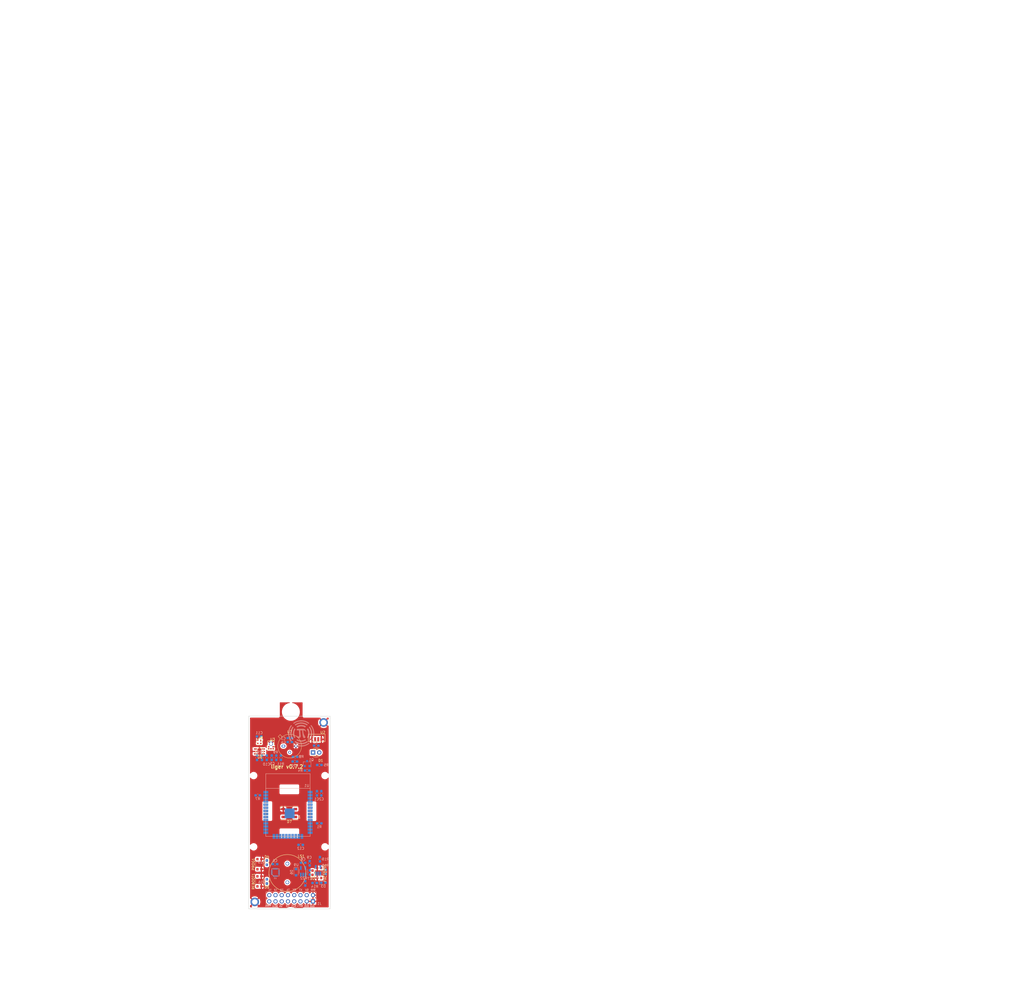
<source format=kicad_pcb>
(kicad_pcb (version 20171130) (host pcbnew 5.1.2-f72e74a~84~ubuntu19.04.1)
  (title_block (title "Liger v0.2") (date 2016-09-21) (company PYFI))
  (layers (0 F.Cu signal) (1 In1.Cu power) (2 In2.Cu power) (31 B.Cu signal) (34 B.Paste user) (35 F.Paste user) (36 B.SilkS user) (37 F.SilkS user) (38 B.Mask user) (39 F.Mask user) (44 Edge.Cuts user))
  (net 0 "")
  (net 1 GND)
  (net 2 "Net-(D1-Pad1)")
  (net 3 "Net-(D1-Pad2)")
  (net 4 "Net-(D2-Pad1)")
  (net 5 "Net-(D3-Pad2)")
  (net 6 "Net-(D3-Pad1)")
  (net 7 "Net-(Q1-Pad1)")
  (net 8 "Net-(R1-Pad1)")
  (net 9 "Net-(R19-Pad2)")
  (net 10 "Net-(U1-Pad19)")
  (net 11 "Net-(U1-Pad20)")
  (net 12 "Net-(U1-Pad17)")
  (net 13 "Net-(U1-Pad18)")
  (net 14 "Net-(U1-Pad4)")
  (net 15 "Net-(U1-Pad5)")
  (net 16 "Net-(D4-Pad1)")
  (net 17 "Net-(D5-Pad1)")
  (net 18 "Net-(LS1-Pad1)")
  (net 19 "Net-(LS1-Pad2)")
  (net 20 "Net-(U1-Pad22)")
  (net 21 "Net-(U1-Pad21)")
  (net 22 "Net-(R3-Pad2)")
  (net 23 "Net-(R11-Pad2)")
  (net 24 "Net-(R17-Pad1)")
  (net 25 /V_BAT)
  (net 26 /3V3)
  (net 27 /V_IN)
  (net 28 /V_USB)
  (net 29 /BUTTON_LED)
  (net 30 /FACTORY_RST)
  (net 31 /TXD)
  (net 32 /RXD)
  (net 33 /SCL)
  (net 34 /SDA)
  (net 35 /I2S_WS)
  (net 36 /I2S_BCLK)
  (net 37 /I2S_DATA_OUT)
  (net 38 /PROG)
  (net 39 /ZERO_DETECT)
  (net 40 /IR_RX)
  (net 41 /IR_TX)
  (net 42 "Net-(R7-Pad2)")
  (net 43 /I2S_DATA_IN)
  (net 44 /EN)
  (net 45 /PIR)
  (net 46 "Net-(U1-Pad16)")
  (net 47 /T_UP)
  (net 48 /T_DOWN)
  (net 49 /T_RIGHT)
  (net 50 /T_LEFT)
  (net 51 "Net-(D7-Pad2)")
  (net 52 "Net-(C4-Pad1)")
  (net 53 /RELAY_2)
  (net 54 /RELAY_4)
  (net 55 /RELAY_3)
  (net 56 /RELAY_1)
  (module Package_TO_SOT_SMD:SOT-23-5_HandSoldering (layer B.Cu) (at 152.6832 112.3442 90)
    (fp_text reference U9 (at 2.6162 -2.8232 180) (layer B.SilkS) (effects (justify mirror)))
    (fp_text value AP2112)
    (pad 1 smd rect (at -1.35 0.95 90) (size 1.56 0.65) (layers B.Cu B.Paste B.Mask) (net 27 /V_IN))
    (pad 2 smd rect (at -1.35 0 90) (size 1.56 0.65) (layers B.Cu B.Paste B.Mask) (net 1 GND))
    (pad 3 smd rect (at -1.35 -0.95 90) (size 1.56 0.65) (layers B.Cu B.Paste B.Mask) (net 27 /V_IN))
    (pad 4 smd rect (at 1.35 -0.95 90) (size 1.56 0.65) (layers B.Cu B.Paste B.Mask))
    (pad 5 smd rect (at 1.35 0.95 90) (size 1.56 0.65) (layers B.Cu B.Paste B.Mask) (net 26 /3V3))
  )
  (module LED_SMD:LED_WS2812B_PLCC4_5.0x5.0mm_P3.2mm (layer F.Cu) (at 147.066 88.646 180)
    (fp_text reference D7 (at 0 -3.5 180) (layer F.SilkS))
    (fp_text value WS2812B)
    (fp_text user 1 (at -4.15 -1.6 180) (layer F.SilkS))
    (pad 3 smd rect (at 2.45 1.6 180) (size 1.5 1) (layers F.Cu F.Paste F.Mask) (net 1 GND))
    (pad 4 smd rect (at 2.45 -1.6 180) (size 1.5 1) (layers F.Cu F.Paste F.Mask) (net 29 /BUTTON_LED))
    (pad 2 smd rect (at -2.45 1.6 180) (size 1.5 1) (layers F.Cu F.Paste F.Mask) (net 51 "Net-(D7-Pad2)"))
    (pad 1 smd rect (at -2.45 -1.6 180) (size 1.5 1) (layers F.Cu F.Paste F.Mask) (net 27 /V_IN))
  )
  (module Resistor_SMD:R_0603_1608Metric_Pad1.05x0.95mm_HandSolder (layer B.Cu) (at 137.922 108.825 270)
    (fp_text reference R15 (at -0.1638 2.1336) (layer B.SilkS) (effects (justify mirror)))
    (fp_text value R_1k)
    (pad 1 smd roundrect (at -0.875 0 270) (size 1.05 0.95) (layers B.Cu B.Paste B.Mask) (net 16 "Net-(D4-Pad1)"))
    (pad 2 smd roundrect (at 0.875 0 270) (size 1.05 0.95) (layers B.Cu B.Paste B.Mask) (net 38 /PROG))
  )
  (module Resistor_SMD:R_0603_1608Metric_Pad1.05x0.95mm_HandSolder (layer B.Cu) (at 159.258 69.088 180)
    (fp_text reference R5 (at -2.794 0 180) (layer B.SilkS) (effects (justify mirror)))
    (fp_text value 36)
    (pad 2 smd roundrect (at 0.875 0 180) (size 1.05 0.95) (layers B.Cu B.Paste B.Mask) (net 3 "Net-(D1-Pad2)"))
    (pad 1 smd roundrect (at -0.875 0 180) (size 1.05 0.95) (layers B.Cu B.Paste B.Mask) (net 26 /3V3))
  )
  (module Resistor_SMD:R_0603_1608Metric_Pad1.05x0.95mm_HandSolder (layer B.Cu) (at 161.8856 112.5982 270)
    (fp_text reference R10 (at -2.6162 0.0876 180) (layer B.SilkS) (effects (justify mirror)))
    (fp_text value R_1k)
    (pad 2 smd roundrect (at 0.875 0 270) (size 1.05 0.95) (layers B.Cu B.Paste B.Mask) (net 5 "Net-(D3-Pad2)"))
    (pad 1 smd roundrect (at -0.875 0 270) (size 1.05 0.95) (layers B.Cu B.Paste B.Mask) (net 28 /V_USB))
  )
  (module Package_TO_SOT_SMD:SOT-23-5_HandSoldering (layer B.Cu) (at 158.7246 111.9086 90)
    (fp_text reference U4 (at -3.001 0.2286 180) (layer B.SilkS) (effects (justify mirror)))
    (fp_text value MCP73831T)
    (pad 5 smd rect (at 1.35 0.95 90) (size 1.56 0.65) (layers B.Cu B.Paste B.Mask) (net 9 "Net-(R19-Pad2)"))
    (pad 4 smd rect (at 1.35 -0.95 90) (size 1.56 0.65) (layers B.Cu B.Paste B.Mask) (net 28 /V_USB))
    (pad 3 smd rect (at -1.35 -0.95 90) (size 1.56 0.65) (layers B.Cu B.Paste B.Mask) (net 25 /V_BAT))
    (pad 2 smd rect (at -1.35 0 90) (size 1.56 0.65) (layers B.Cu B.Paste B.Mask) (net 1 GND))
    (pad 1 smd rect (at -1.35 0.95 90) (size 1.56 0.65) (layers B.Cu B.Paste B.Mask) (net 6 "Net-(D3-Pad1)"))
  )
  (module Resistor_SMD:R_0603_1608Metric_Pad1.05x0.95mm_HandSolder (layer B.Cu) (at 159.512 107.442 270)
    (fp_text reference R19 (at 0 -2.286 180) (layer B.SilkS) (effects (justify mirror)))
    (fp_text value R_2k)
    (pad 2 smd roundrect (at 0.875 0 270) (size 1.05 0.95) (layers B.Cu B.Paste B.Mask) (net 9 "Net-(R19-Pad2)"))
    (pad 1 smd roundrect (at -0.875 0 270) (size 1.05 0.95) (layers B.Cu B.Paste B.Mask) (net 1 GND))
  )
  (module Resistor_SMD:R_0603_1608Metric_Pad1.05x0.95mm_HandSolder (layer B.Cu) (at 153.543 117.2464 90)
    (fp_text reference R22 (at 2.1336 -0.635) (layer B.SilkS) (effects (justify mirror)))
    (fp_text value R_10k)
    (pad 1 smd roundrect (at -0.875 0 90) (size 1.05 0.95) (layers B.Cu B.Paste B.Mask) (net 28 /V_USB))
    (pad 2 smd roundrect (at 0.875 0 90) (size 1.05 0.95) (layers B.Cu B.Paste B.Mask) (net 1 GND))
  )
  (module Resistor_SMD:R_0603_1608Metric_Pad1.05x0.95mm_HandSolder (layer B.Cu) (at 137.922 116.473 90)
    (fp_text reference R16 (at -0.2654 -2.0828) (layer B.SilkS) (effects (justify mirror)))
    (fp_text value R_1k)
    (pad 1 smd roundrect (at -0.875 0 90) (size 1.05 0.95) (layers B.Cu B.Paste B.Mask) (net 17 "Net-(D5-Pad1)"))
    (pad 2 smd roundrect (at 0.875 0 90) (size 1.05 0.95) (layers B.Cu B.Paste B.Mask) (net 44 /EN))
  )
  (module LED_SMD:LED_0603_1608Metric_Pad1.05x0.95mm_HandSolder (layer B.Cu) (at 160.9 117)
    (fp_text reference D3 (at 0 1.43) (layer B.SilkS) (effects (justify mirror)))
    (fp_text value LED-0603-G)
    (pad 2 smd roundrect (at 0.875 0) (size 1.05 0.95) (layers B.Cu B.Paste B.Mask) (net 5 "Net-(D3-Pad2)"))
    (pad 1 smd roundrect (at -0.875 0) (size 1.05 0.95) (layers B.Cu B.Paste B.Mask) (net 6 "Net-(D3-Pad1)"))
  )
  (module Button_Switch_SMD:SW_SPST_KMR2 (layer F.Cu) (at 134.874 116.4336 90)
    (fp_text reference REBOOT1 (at 0 -2.45 90) (layer F.SilkS))
    (fp_text value SW_PUSH)
    (pad 2 smd rect (at 2.05 0.8 180) (size 0.9 1) (layers F.Cu F.Paste F.Mask) (net 1 GND))
    (pad 1 smd rect (at 2.05 -0.8 180) (size 0.9 1) (layers F.Cu F.Paste F.Mask) (net 44 /EN))
    (pad 2 smd rect (at -2.05 0.8 180) (size 0.9 1) (layers F.Cu F.Paste F.Mask) (net 1 GND))
    (pad 1 smd rect (at -2.05 -0.8 180) (size 0.9 1) (layers F.Cu F.Paste F.Mask) (net 44 /EN))
  )
  (module Capacitor_SMD:C_0603_1608Metric_Pad1.05x0.95mm_HandSolder (layer B.Cu) (at 160.0708 80.6196 90)
    (fp_text reference C2 (at -2.3368 0.0508 180) (layer B.SilkS) (effects (justify mirror)))
    (fp_text value C_1uF)
    (pad 2 smd roundrect (at 0.875 0 90) (size 1.05 0.95) (layers B.Cu B.Paste B.Mask) (net 1 GND))
    (pad 1 smd roundrect (at -0.875 0 90) (size 1.05 0.95) (layers B.Cu B.Paste B.Mask) (net 26 /3V3))
  )
  (module Connector_PinHeader_2.54mm:PinHeader_2x08_P2.54mm_Vertical (layer B.Cu) (at 156.6672 124.587 90)
    (fp_text reference J1 (at -0.889 2.5908 180) (layer B.SilkS) (effects (justify mirror)))
    (fp_text value Conn_02x08_Odd_Even)
    (pad 1 thru_hole rect (at 0 0 90) (size 1.7 1.7) (drill 1) (layers *.Cu *.Mask) (net 1 GND))
    (pad 2 thru_hole oval (at 2.54 0 90) (size 1.7 1.7) (drill 1) (layers *.Cu *.Mask) (net 1 GND))
    (pad 3 thru_hole oval (at 0 -2.54 90) (size 1.7 1.7) (drill 1) (layers *.Cu *.Mask) (net 1 GND))
    (pad 4 thru_hole oval (at 2.54 -2.54 90) (size 1.7 1.7) (drill 1) (layers *.Cu *.Mask) (net 28 /V_USB))
    (pad 5 thru_hole oval (at 0 -5.08 90) (size 1.7 1.7) (drill 1) (layers *.Cu *.Mask) (net 25 /V_BAT))
    (pad 6 thru_hole oval (at 2.54 -5.08 90) (size 1.7 1.7) (drill 1) (layers *.Cu *.Mask) (net 31 /TXD))
    (pad 7 thru_hole oval (at 0 -7.62 90) (size 1.7 1.7) (drill 1) (layers *.Cu *.Mask) (net 26 /3V3))
    (pad 8 thru_hole oval (at 2.54 -7.62 90) (size 1.7 1.7) (drill 1) (layers *.Cu *.Mask) (net 32 /RXD))
    (pad 9 thru_hole oval (at 0 -10.16 90) (size 1.7 1.7) (drill 1) (layers *.Cu *.Mask) (net 39 /ZERO_DETECT))
    (pad 10 thru_hole oval (at 2.54 -10.16 90) (size 1.7 1.7) (drill 1) (layers *.Cu *.Mask) (net 54 /RELAY_4))
    (pad 11 thru_hole oval (at 0 -12.7 90) (size 1.7 1.7) (drill 1) (layers *.Cu *.Mask) (net 35 /I2S_WS))
    (pad 12 thru_hole oval (at 2.54 -12.7 90) (size 1.7 1.7) (drill 1) (layers *.Cu *.Mask) (net 55 /RELAY_3))
    (pad 13 thru_hole oval (at 0 -15.24 90) (size 1.7 1.7) (drill 1) (layers *.Cu *.Mask) (net 36 /I2S_BCLK))
    (pad 14 thru_hole oval (at 2.54 -15.24 90) (size 1.7 1.7) (drill 1) (layers *.Cu *.Mask) (net 53 /RELAY_2))
    (pad 15 thru_hole oval (at 0 -17.78 90) (size 1.7 1.7) (drill 1) (layers *.Cu *.Mask) (net 38 /PROG))
    (pad 16 thru_hole oval (at 2.54 -17.78 90) (size 1.7 1.7) (drill 1) (layers *.Cu *.Mask) (net 56 /RELAY_1))
  )
  (module Resistor_SMD:R_0603_1608Metric_Pad1.05x0.95mm_HandSolder (layer B.Cu) (at 154.2796 71.3232 180)
    (fp_text reference R4 (at 2.7432 -0.0508) (layer B.SilkS) (effects (justify mirror)))
    (fp_text value R_1k)
    (pad 2 smd roundrect (at 0.875 0 180) (size 1.05 0.95) (layers B.Cu B.Paste B.Mask) (net 41 /IR_TX))
    (pad 1 smd roundrect (at -0.875 0 180) (size 1.05 0.95) (layers B.Cu B.Paste B.Mask) (net 7 "Net-(Q1-Pad1)"))
  )
  (module open-automation:TSOP75338TR (layer F.Cu) (at 158.1862 58.364)
    (fp_text reference U2 (at 2.4688 -2.5602) (layer F.SilkS))
    (fp_text value IR-RX-TSOP34438)
    (pad Vs smd rect (at -0.63 0.31) (size 0.8 1.8) (layers F.Cu F.Paste F.Mask) (net 26 /3V3))
    (pad GND smd rect (at -1.9 0.31) (size 0.8 1.8) (layers F.Cu F.Paste F.Mask) (net 1 GND))
    (pad OUT smd rect (at 0.64 0.31) (size 0.8 1.8) (layers F.Cu F.Paste F.Mask) (net 22 "Net-(R3-Pad2)"))
    (pad GND smd rect (at 1.91 0.31) (size 0.8 1.8) (layers F.Cu F.Paste F.Mask) (net 1 GND))
  )
  (module Resistor_SMD:R_0603_1608Metric_Pad1.05x0.95mm_HandSolder (layer B.Cu) (at 134.21 81.44)
    (fp_text reference R7 (at 0 1.43) (layer B.SilkS) (effects (justify mirror)))
    (fp_text value R_47.5)
    (pad 1 smd roundrect (at -0.875 0) (size 1.05 0.95) (layers B.Cu B.Paste B.Mask) (net 35 /I2S_WS))
    (pad 2 smd roundrect (at 0.875 0) (size 1.05 0.95) (layers B.Cu B.Paste B.Mask) (net 42 "Net-(R7-Pad2)"))
  )
  (module Capacitor_SMD:C_0603_1608Metric_Pad1.05x0.95mm_HandSolder (layer B.Cu) (at 158.2928 80.6196 90)
    (fp_text reference C1 (at -2.3368 -0.1524 180) (layer B.SilkS) (effects (justify mirror)))
    (fp_text value C_10uF)
    (pad 2 smd roundrect (at 0.875 0 90) (size 1.05 0.95) (layers B.Cu B.Paste B.Mask) (net 1 GND))
    (pad 1 smd roundrect (at -0.875 0 90) (size 1.05 0.95) (layers B.Cu B.Paste B.Mask) (net 26 /3V3))
  )
  (module Diode_SMD:D_SOD-323_HandSoldering (layer B.Cu) (at 149.7838 112.6998 270)
    (fp_text reference D6 (at 0 1.85 270) (layer B.SilkS) (effects (justify mirror)))
    (fp_text value D_Schottky-BAT20JFILM)
    (pad 2 smd rect (at 1.25 0 270) (size 1 1) (layers B.Cu B.Paste B.Mask) (net 28 /V_USB))
    (pad 1 smd rect (at -1.25 0 270) (size 1 1) (layers B.Cu B.Paste B.Mask) (net 27 /V_IN))
  )
  (module Resistor_SMD:R_0603_1608Metric_Pad1.05x0.95mm_HandSolder (layer B.Cu) (at 133.9088 66.1416 270)
    (fp_text reference R6 (at -2.2352 0.0508) (layer B.SilkS) (effects (justify mirror)))
    (fp_text value R_10k)
    (pad 1 smd roundrect (at -0.875 0 270) (size 1.05 0.95) (layers B.Cu B.Paste B.Mask) (net 26 /3V3))
    (pad 2 smd roundrect (at 0.875 0 270) (size 1.05 0.95) (layers B.Cu B.Paste B.Mask) (net 34 /SDA))
  )
  (module Capacitor_SMD:C_0603_1608Metric_Pad1.05x0.95mm_HandSolder (layer B.Cu) (at 141.2354 109.4232 180)
    (fp_text reference C6 (at 0 1.43 180) (layer B.SilkS) (effects (justify mirror)))
    (fp_text value C_0.1uF)
    (pad 2 smd roundrect (at 0.875 0 180) (size 1.05 0.95) (layers B.Cu B.Paste B.Mask) (net 1 GND))
    (pad 1 smd roundrect (at -0.875 0 180) (size 1.05 0.95) (layers B.Cu B.Paste B.Mask) (net 27 /V_IN))
  )
  (module Package_TO_SOT_SMD:SOT-23 (layer B.Cu) (at 154.2796 68.5292 90)
    (fp_text reference Q1 (at 1.5748 1.7272 180) (layer B.SilkS) (effects (justify mirror)))
    (fp_text value Q_NPN_BEC)
    (pad 1 smd rect (at -1 0.95 90) (size 0.9 0.8) (layers B.Cu B.Paste B.Mask) (net 7 "Net-(Q1-Pad1)"))
    (pad 2 smd rect (at -1 -0.95 90) (size 0.9 0.8) (layers B.Cu B.Paste B.Mask) (net 1 GND))
    (pad 3 smd rect (at 1 0 90) (size 0.9 0.8) (layers B.Cu B.Paste B.Mask) (net 2 "Net-(D1-Pad1)"))
  )
  (module Resistor_SMD:R_0603_1608Metric_Pad1.05x0.95mm_HandSolder (layer B.Cu) (at 149.3012 67.6656)
    (fp_text reference R20 (at -0.0508 1.6764) (layer B.SilkS) (effects (justify mirror)))
    (fp_text value R_100k)
    (pad 1 smd roundrect (at -0.875 0) (size 1.05 0.95) (layers B.Cu B.Paste B.Mask) (net 1 GND))
    (pad 2 smd roundrect (at 0.875 0) (size 1.05 0.95) (layers B.Cu B.Paste B.Mask) (net 45 /PIR))
  )
  (module Resistor_SMD:R_0603_1608Metric_Pad1.05x0.95mm_HandSolder (layer B.Cu) (at 135.9408 66.1416 270)
    (fp_text reference R2 (at -2.314 0.006) (layer B.SilkS) (effects (justify mirror)))
    (fp_text value R_10k)
    (pad 2 smd roundrect (at 0.875 0 270) (size 1.05 0.95) (layers B.Cu B.Paste B.Mask) (net 33 /SCL))
    (pad 1 smd roundrect (at -0.875 0 270) (size 1.05 0.95) (layers B.Cu B.Paste B.Mask) (net 26 /3V3))
  )
  (module Resistor_SMD:R_0603_1608Metric_Pad1.05x0.95mm_HandSolder (layer B.Cu) (at 159.225 92.83)
    (fp_text reference R1 (at 0 1.43) (layer B.SilkS) (effects (justify mirror)))
    (fp_text value R_47.5)
    (pad 1 smd roundrect (at -0.875 0) (size 1.05 0.95) (layers B.Cu B.Paste B.Mask) (net 8 "Net-(R1-Pad1)"))
    (pad 2 smd roundrect (at 0.875 0) (size 1.05 0.95) (layers B.Cu B.Paste B.Mask) (net 36 /I2S_BCLK))
  )
  (module Resistor_SMD:R_0603_1608Metric_Pad1.05x0.95mm_HandSolder (layer B.Cu) (at 157.988 61.214)
    (fp_text reference R3 (at -0.3048 -1.3716) (layer B.SilkS) (effects (justify mirror)))
    (fp_text value R_1k)
    (pad 1 smd roundrect (at -0.875 0) (size 1.05 0.95) (layers B.Cu B.Paste B.Mask) (net 40 /IR_RX))
    (pad 2 smd roundrect (at 0.875 0) (size 1.05 0.95) (layers B.Cu B.Paste B.Mask) (net 22 "Net-(R3-Pad2)"))
  )
  (module Resistor_SMD:R_0603_1608Metric_Pad1.05x0.95mm_HandSolder (layer B.Cu) (at 143.637 66.1162 90)
    (fp_text reference R11 (at -2.5654 -0.127 180) (layer B.SilkS) (effects (justify mirror)))
    (fp_text value R_47.5)
    (pad 1 smd roundrect (at -0.875 0 90) (size 1.05 0.95) (layers B.Cu B.Paste B.Mask) (net 43 /I2S_DATA_IN))
    (pad 2 smd roundrect (at 0.875 0 90) (size 1.05 0.95) (layers B.Cu B.Paste B.Mask) (net 23 "Net-(R11-Pad2)"))
  )
  (module Capacitor_SMD:C_0603_1608Metric_Pad1.05x0.95mm_HandSolder (layer B.Cu) (at 139.9032 66.1162 270)
    (fp_text reference C5 (at 2.3622 -0.2032) (layer B.SilkS) (effects (justify mirror)))
    (fp_text value C_0.1uF)
    (pad 1 smd roundrect (at -0.875 0 270) (size 1.05 0.95) (layers B.Cu B.Paste B.Mask) (net 26 /3V3))
    (pad 2 smd roundrect (at 0.875 0 270) (size 1.05 0.95) (layers B.Cu B.Paste B.Mask) (net 1 GND))
  )
  (module open-automation:ESP-WROOM-32 (layer B.Cu) (at 155.4988 81.3816 180)
    (fp_text reference U1 (at 1.3716 3.9116 180) (layer B.SilkS) (effects (justify mirror)))
    (fp_text value ESP-WROOM-32)
    (pad 3 smd rect (at 0 -1.27 180) (size 2 1) (layers B.Cu B.Paste B.Mask) (net 44 /EN))
    (pad 36 smd rect (at 18.034 -1.298 180) (size 2 1) (layers B.Cu B.Paste B.Mask) (net 43 /I2S_DATA_IN))
    (pad 23 smd rect (at 13.462 -16.764 180) (size 1 2) (layers B.Cu B.Paste B.Mask) (net 45 /PIR))
    (pad 24 smd rect (at 14.732 -16.764 180) (size 1 2) (layers B.Cu B.Paste B.Mask) (net 56 /RELAY_1))
    (pad 19 smd rect (at 8.382 -16.764 180) (size 1 2) (layers B.Cu B.Paste B.Mask) (net 10 "Net-(U1-Pad19)"))
    (pad 20 smd rect (at 9.652 -16.764 180) (size 1 2) (layers B.Cu B.Paste B.Mask) (net 11 "Net-(U1-Pad20)"))
    (pad 22 smd rect (at 12.192 -16.764 180) (size 1 2) (layers B.Cu B.Paste B.Mask) (net 20 "Net-(U1-Pad22)"))
    (pad 21 smd rect (at 10.922 -16.764 180) (size 1 2) (layers B.Cu B.Paste B.Mask) (net 21 "Net-(U1-Pad21)"))
    (pad 17 smd rect (at 5.842 -16.764 180) (size 1 2) (layers B.Cu B.Paste B.Mask) (net 12 "Net-(U1-Pad17)"))
    (pad 18 smd rect (at 7.112 -16.764 180) (size 1 2) (layers B.Cu B.Paste B.Mask) (net 13 "Net-(U1-Pad18)"))
    (pad 16 smd rect (at 4.572 -16.764 180) (size 1 2) (layers B.Cu B.Paste B.Mask) (net 46 "Net-(U1-Pad16)"))
    (pad 1 smd rect (at 3.302 -16.764 180) (size 1 2) (layers B.Cu B.Paste B.Mask) (net 1 GND) (clearance 0.1))
    (pad 1 smd rect (at 18.018 1.25 180) (size 2 1) (layers B.Cu B.Paste B.Mask) (net 1 GND) (clearance 0.1))
    (pad 37 smd rect (at 18.034 -0.028 180) (size 2 1) (layers B.Cu B.Paste B.Mask) (net 42 "Net-(R7-Pad2)"))
    (pad 34 smd rect (at 18.034 -3.838 180) (size 2 1) (layers B.Cu B.Paste B.Mask) (net 32 /RXD))
    (pad 35 smd rect (at 18.018 -2.56 180) (size 2 1) (layers B.Cu B.Paste B.Mask) (net 31 /TXD))
    (pad 31 smd rect (at 18.018 -7.64 180) (size 2 1) (layers B.Cu B.Paste B.Mask) (net 34 /SDA))
    (pad 30 smd rect (at 18.034 -8.918 180) (size 2 1) (layers B.Cu B.Paste B.Mask) (net 29 /BUTTON_LED))
    (pad 32 smd rect (at 18.034 -6.378 180) (size 2 1) (layers B.Cu B.Paste B.Mask))
    (pad 33 smd rect (at 18.018 -5.1 180) (size 2 1) (layers B.Cu B.Paste B.Mask) (net 33 /SCL))
    (pad 25 smd rect (at 18.018 -15.26 180) (size 2 1) (layers B.Cu B.Paste B.Mask) (net 38 /PROG))
    (pad 27 smd rect (at 18.018 -12.72 180) (size 2 1) (layers B.Cu B.Paste B.Mask) (net 40 /IR_RX))
    (pad 26 smd rect (at 18.034 -13.998 180) (size 2 1) (layers B.Cu B.Paste B.Mask) (net 41 /IR_TX))
    (pad 28 smd rect (at 18.034 -11.458 180) (size 2 1) (layers B.Cu B.Paste B.Mask) (net 55 /RELAY_3))
    (pad 29 smd rect (at 18.018 -10.18 180) (size 2 1) (layers B.Cu B.Paste B.Mask) (net 53 /RELAY_2))
    (pad 10 smd rect (at -0.016 -10.18 180) (size 2 1) (layers B.Cu B.Paste B.Mask) (net 37 /I2S_DATA_OUT))
    (pad 11 smd rect (at 0 -11.458 180) (size 2 1) (layers B.Cu B.Paste B.Mask) (net 8 "Net-(R1-Pad1)"))
    (pad 13 smd rect (at 0 -13.998 180) (size 2 1) (layers B.Cu B.Paste B.Mask) (net 30 /FACTORY_RST))
    (pad 12 smd rect (at -0.016 -12.72 180) (size 2 1) (layers B.Cu B.Paste B.Mask) (net 47 /T_UP))
    (pad 14 smd rect (at -0.016 -15.26 180) (size 2 1) (layers B.Cu B.Paste B.Mask) (net 48 /T_DOWN))
    (pad 6 smd rect (at -0.016 -5.1 180) (size 2 1) (layers B.Cu B.Paste B.Mask) (net 54 /RELAY_4))
    (pad 7 smd rect (at 0 -6.378 180) (size 2 1) (layers B.Cu B.Paste B.Mask) (net 39 /ZERO_DETECT))
    (pad 9 smd rect (at 0 -8.918 180) (size 2 1) (layers B.Cu B.Paste B.Mask) (net 49 /T_RIGHT))
    (pad 8 smd rect (at -0.016 -7.64 180) (size 2 1) (layers B.Cu B.Paste B.Mask) (net 50 /T_LEFT))
    (pad 4 smd rect (at -0.016 -2.56 180) (size 2 1) (layers B.Cu B.Paste B.Mask) (net 14 "Net-(U1-Pad4)"))
    (pad 5 smd rect (at 0 -3.838 180) (size 2 1) (layers B.Cu B.Paste B.Mask) (net 15 "Net-(U1-Pad5)"))
    (pad 2 smd rect (at 0 0 180) (size 2 1) (layers B.Cu B.Paste B.Mask) (net 26 /3V3))
    (pad 1 smd rect (at 0 1.27 180) (size 2 1) (layers B.Cu B.Paste B.Mask) (net 1 GND) (clearance 0.1))
    (pad 1 smd rect (at 8.32612 -7.4168 180) (size 4 4) (layers B.Cu B.Paste B.Mask) (net 1 GND))
  )
  (module Resistor_SMD:R_0603_1608Metric_Pad1.05x0.95mm_HandSolder (layer B.Cu) (at 157.367 117.094)
    (fp_text reference R14 (at 0.0114 1.4732 180) (layer B.SilkS) (effects (justify mirror)))
    (fp_text value R_1k)
    (pad 2 smd roundrect (at 0.875 0) (size 1.05 0.95) (layers B.Cu B.Paste B.Mask) (net 30 /FACTORY_RST))
    (pad 1 smd roundrect (at -0.875 0) (size 1.05 0.95) (layers B.Cu B.Paste B.Mask) (net 4 "Net-(D2-Pad1)"))
  )
  (module Package_TO_SOT_THT:TO-5-3 (layer F.Cu) (at 144.65 61.4)
    (fp_text reference U7 (at 2.54 -5.82) (layer F.SilkS))
    (fp_text value PYQ2898)
    (pad 3 thru_hole oval (at 5.08 0) (size 1.2 1.2) (drill 0.7) (layers *.Cu *.Mask) (net 1 GND))
    (pad 2 thru_hole oval (at 2.54 2.54) (size 1.2 1.2) (drill 0.7) (layers *.Cu *.Mask) (net 52 "Net-(C4-Pad1)"))
    (pad 1 thru_hole oval (at 0 0) (size 1.6 1.2) (drill 0.7) (layers *.Cu *.Mask) (net 26 /3V3))
  )
  (module Button_Switch_SMD:SW_SPST_KMR2 (layer F.Cu) (at 134.874 109.4486 90)
    (fp_text reference PROG1 (at 0 -2.45 90) (layer F.SilkS))
    (fp_text value SW_PUSH)
    (pad 1 smd rect (at -2.05 -0.8 180) (size 0.9 1) (layers F.Cu F.Paste F.Mask) (net 38 /PROG))
    (pad 2 smd rect (at -2.05 0.8 180) (size 0.9 1) (layers F.Cu F.Paste F.Mask) (net 1 GND))
    (pad 1 smd rect (at 2.05 -0.8 180) (size 0.9 1) (layers F.Cu F.Paste F.Mask) (net 38 /PROG))
    (pad 2 smd rect (at 2.05 0.8 180) (size 0.9 1) (layers F.Cu F.Paste F.Mask) (net 1 GND))
  )
  (module Resistor_SMD:R_0603_1608Metric_Pad1.05x0.95mm_HandSolder (layer B.Cu) (at 141.7574 66.1276 90)
    (fp_text reference R9 (at 2.2212 -0.2286 180) (layer B.SilkS) (effects (justify mirror)))
    (fp_text value R_100k)
    (pad 2 smd roundrect (at 0.875 0 90) (size 1.05 0.95) (layers B.Cu B.Paste B.Mask) (net 23 "Net-(R11-Pad2)"))
    (pad 1 smd roundrect (at -0.875 0 90) (size 1.05 0.95) (layers B.Cu B.Paste B.Mask) (net 1 GND))
  )
  (module open-automation:SPH0645LM4H-B (layer F.Cu) (at 140.4764 62.4968 180)
    (fp_text reference U3 (at 0.2684 3.8228 180) (layer F.SilkS))
    (fp_text value SPH0645LM4H-B)
    (pad 3 thru_hole circle (at 0.9 2.07 180) (size 1.624 1.624) (drill 1.24) (layers *.Cu *.Mask) (net 1 GND))
    (pad 2 smd rect (at 0 0.82 180) (size 0.6 0.522) (layers F.Cu F.Paste F.Mask) (net 1 GND))
    (pad 4 smd rect (at 1.8 0.82 180) (size 0.6 0.522) (layers F.Cu F.Paste F.Mask) (net 36 /I2S_BCLK))
    (pad 5 smd rect (at 1.8 0 180) (size 0.6 0.522) (layers F.Cu F.Paste F.Mask) (net 26 /3V3))
    (pad 6 smd rect (at 0.9 0 180) (size 0.6 0.522) (layers F.Cu F.Paste F.Mask) (net 23 "Net-(R11-Pad2)"))
    (pad 1 smd rect (at 0 0 180) (size 0.6 0.522) (layers F.Cu F.Paste F.Mask) (net 35 /I2S_WS))
  )
  (module Capacitor_SMD:C_0603_1608Metric_Pad1.05x0.95mm_HandSolder (layer B.Cu) (at 155.321 109.0676 90)
    (fp_text reference C9 (at 2.3876 -0.127 180) (layer B.SilkS) (effects (justify mirror)))
    (fp_text value C_1uF)
    (pad 2 smd roundrect (at 0.875 0 90) (size 1.05 0.95) (layers B.Cu B.Paste B.Mask) (net 1 GND))
    (pad 1 smd roundrect (at -0.875 0 90) (size 1.05 0.95) (layers B.Cu B.Paste B.Mask) (net 25 /V_BAT))
  )
  (module Capacitor_SMD:C_0603_1608Metric_Pad1.05x0.95mm_HandSolder (layer B.Cu) (at 151.675 101.6)
    (fp_text reference C12 (at 0 1.43) (layer B.SilkS) (effects (justify mirror)))
    (fp_text value C_1uF)
    (pad 1 smd roundrect (at -0.875 0) (size 1.05 0.95) (layers B.Cu B.Paste B.Mask) (net 1 GND))
    (pad 2 smd roundrect (at 0.875 0) (size 1.05 0.95) (layers B.Cu B.Paste B.Mask) (net 27 /V_IN))
  )
  (module LED_THT:LED_D3.0mm (layer F.Cu) (at 156.6926 64.008)
    (fp_text reference D1 (at 3.1242 3.2512) (layer F.SilkS))
    (fp_text value LED)
    (pad 2 thru_hole circle (at 2.54 0) (size 1.8 1.8) (drill 0.9) (layers *.Cu *.Mask) (net 3 "Net-(D1-Pad2)"))
    (pad 1 thru_hole rect (at 0 0) (size 1.8 1.8) (drill 0.9) (layers *.Cu *.Mask) (net 2 "Net-(D1-Pad1)"))
  )
  (module LED_SMD:LED_0603_1608Metric_Pad1.05x0.95mm_HandSolder (layer F.Cu) (at 137.922 116.473 90)
    (fp_text reference D5 (at -2.399 0) (layer F.SilkS))
    (fp_text value LED-0603-G)
    (pad 2 smd roundrect (at 0.875 0 90) (size 1.05 0.95) (layers F.Cu F.Paste F.Mask) (net 26 /3V3))
    (pad 1 smd roundrect (at -0.875 0 90) (size 1.05 0.95) (layers F.Cu F.Paste F.Mask) (net 17 "Net-(D5-Pad1)"))
  )
  (module Button_Switch_SMD:SW_SPST_KMR2 (layer F.Cu) (at 159.2072 113.03 270)
    (fp_text reference FACTORY1 (at 0 -2.45 270) (layer F.SilkS))
    (fp_text value SW_PUSH)
    (pad 2 smd rect (at 2.05 0.8) (size 0.9 1) (layers F.Cu F.Paste F.Mask) (net 1 GND))
    (pad 1 smd rect (at 2.05 -0.8) (size 0.9 1) (layers F.Cu F.Paste F.Mask) (net 30 /FACTORY_RST))
    (pad 2 smd rect (at -2.05 0.8) (size 0.9 1) (layers F.Cu F.Paste F.Mask) (net 1 GND))
    (pad 1 smd rect (at -2.05 -0.8) (size 0.9 1) (layers F.Cu F.Paste F.Mask) (net 30 /FACTORY_RST))
  )
  (module open-automation:speaker-1508 (layer F.Cu) (at 146.2532 112.9284 90)
    (fp_text reference LS1 (at 6.7564 5.6388 180) (layer F.SilkS))
    (fp_text value speaker-CVS-1508)
    (pad 1 thru_hole circle (at -3.9 0 90) (size 1.5 1.5) (drill 1) (layers *.Cu *.Mask) (net 18 "Net-(LS1-Pad1)"))
    (pad 2 thru_hole circle (at 3.7 0 90) (size 1.5 1.5) (drill 1) (layers *.Cu *.Mask) (net 19 "Net-(LS1-Pad2)"))
  )
  (module open-automation:generic-housing-mounts-md (layer F.Cu) (at 161 51.8)
    (fp_text reference U7 (at 0 0.5) (layer F.SilkS))
    (fp_text value housing-mounts)
    (pad 1 thru_hole circle (at -28 73) (size 3.5 3.5) (drill 2.2) (layers *.Cu *.Mask) (net 1 GND))
    (pad 1 thru_hole circle (at 0 0) (size 3.5 3.5) (drill 2.2) (layers *.Cu *.Mask) (net 1 GND))
  )
  (module LED_SMD:LED_0603_1608Metric_Pad1.05x0.95mm_HandSolder (layer F.Cu) (at 137.922 108.825 270)
    (fp_text reference D4 (at -2.399 0) (layer F.SilkS))
    (fp_text value LED-0603-G)
    (pad 1 smd roundrect (at -0.875 0 270) (size 1.05 0.95) (layers F.Cu F.Paste F.Mask) (net 16 "Net-(D4-Pad1)"))
    (pad 2 smd roundrect (at 0.875 0 270) (size 1.05 0.95) (layers F.Cu F.Paste F.Mask) (net 26 /3V3))
  )
  (module LED_SMD:LED_0603_1608Metric_Pad1.05x0.95mm_HandSolder (layer F.Cu) (at 156.464 112.917 90)
    (fp_text reference D2 (at -2.399 0 180) (layer F.SilkS))
    (fp_text value LED-0603-G)
    (pad 2 smd roundrect (at 0.875 0 90) (size 1.05 0.95) (layers F.Cu F.Paste F.Mask) (net 26 /3V3))
    (pad 1 smd roundrect (at -0.875 0 90) (size 1.05 0.95) (layers F.Cu F.Paste F.Mask) (net 4 "Net-(D2-Pad1)"))
  )
  (module Capacitor_SMD:C_0603_1608Metric_Pad1.05x0.95mm_HandSolder (layer B.Cu) (at 147.25 59.75)
    (fp_text reference C4 (at -2.6 0.05) (layer B.SilkS) (effects (justify mirror)))
    (fp_text value C_100pF)
    (pad 2 smd roundrect (at 0.875 0) (size 1.05 0.95) (layers B.Cu B.Paste B.Mask) (net 1 GND))
    (pad 1 smd roundrect (at -0.875 0) (size 1.05 0.95) (layers B.Cu B.Paste B.Mask) (net 52 "Net-(C4-Pad1)"))
  )
  (module open-automation:LIGHT-SENSOR-TSL45315CL (layer F.Cu) (at 135.4328 58.9534 270)
    (fp_text reference U8 (at -1.05 -0.1 180) (layer F.SilkS) (effects (font (size 0.7 0.7))))
    (fp_text value TSL45315CL)
    (pad 1 smd rect (at 0.3 0) (size 0.45 0.6) (layers F.Cu F.Paste F.Mask) (net 26 /3V3))
    (pad 2 smd rect (at 0 1.2 270) (size 0.45 0.6) (layers F.Cu F.Paste F.Mask) (net 1 GND))
    (pad 3 smd rect (at 1.35 1.2 270) (size 0.45 0.6) (layers F.Cu F.Paste F.Mask) (net 34 /SDA))
    (pad 4 smd rect (at 1.35 0 270) (size 0.45 0.6) (layers F.Cu F.Paste F.Mask) (net 33 /SCL))
    (pad 1 smd rect (at 0 0 270) (size 0.45 0.6) (layers F.Cu F.Paste F.Mask) (net 26 /3V3))
  )
  (module open-automation:MAX98357A (layer B.Cu) (at 140.081 113.5634)
    (fp_text reference U5 (at 1.28 1.6) (layer B.SilkS) (effects (font (size 0.55 0.55) (thickness 0.08)) (justify mirror)))
    (fp_text value MAX98357AETE+T)
    (pad 12 smd rect (at 2.75 -0.03 180) (size 0.75 0.3) (layers B.Cu B.Paste B.Mask))
    (pad 3 smd rect (at 2.75 -0.53 180) (size 0.75 0.3) (layers B.Cu B.Paste B.Mask) (net 1 GND))
    (pad 10 smd rect (at 2.75 -1.03 180) (size 0.75 0.3) (layers B.Cu B.Paste B.Mask) (net 18 "Net-(LS1-Pad1)"))
    (pad 9 smd rect (at 2.75 -1.53 180) (size 0.75 0.3) (layers B.Cu B.Paste B.Mask) (net 19 "Net-(LS1-Pad2)"))
    (pad 13 smd rect (at 2.05 0.73 270) (size 0.75 0.3) (layers B.Cu B.Paste B.Mask))
    (pad 14 smd rect (at 1.55 0.73 270) (size 0.75 0.3) (layers B.Cu B.Paste B.Mask) (net 35 /I2S_WS))
    (pad 3 smd rect (at 1.05 0.73 270) (size 0.75 0.3) (layers B.Cu B.Paste B.Mask) (net 1 GND))
    (pad 16 smd rect (at 0.55 0.73 270) (size 0.75 0.3) (layers B.Cu B.Paste B.Mask) (net 36 /I2S_BCLK))
    (pad 5 smd rect (at 0.55 -2.25 270) (size 0.75 0.3) (layers B.Cu B.Paste B.Mask))
    (pad 6 smd rect (at 1.05 -2.25 270) (size 0.75 0.3) (layers B.Cu B.Paste B.Mask))
    (pad 7 smd rect (at 1.55 -2.25 270) (size 0.75 0.3) (layers B.Cu B.Paste B.Mask) (net 27 /V_IN))
    (pad 7 smd rect (at 2.05 -2.25 270) (size 0.75 0.3) (layers B.Cu B.Paste B.Mask) (net 27 /V_IN))
    (pad 2 smd rect (at -0.17 -0.49) (size 0.75 0.3) (layers B.Cu B.Paste B.Mask) (net 24 "Net-(R17-Pad1)"))
    (pad 1 smd rect (at -0.17 0.01) (size 0.75 0.3) (layers B.Cu B.Paste B.Mask) (net 37 /I2S_DATA_OUT))
    (pad 3 smd rect (at -0.17 -0.99) (size 0.75 0.3) (layers B.Cu B.Paste B.Mask) (net 1 GND))
    (pad 4 smd rect (at -0.17 -1.49) (size 0.75 0.3) (layers B.Cu B.Paste B.Mask) (net 27 /V_IN))
  )
  (module Capacitor_SMD:C_0603_1608Metric_Pad1.05x0.95mm_HandSolder (layer B.Cu) (at 152.654 108.8644 180)
    (fp_text reference C8 (at 0 1.43 180) (layer B.SilkS) (effects (justify mirror)))
    (fp_text value C_1uF)
    (pad 2 smd roundrect (at 0.875 0 180) (size 1.05 0.95) (layers B.Cu B.Paste B.Mask) (net 1 GND))
    (pad 1 smd roundrect (at -0.875 0 180) (size 1.05 0.95) (layers B.Cu B.Paste B.Mask) (net 26 /3V3))
  )
  (module open-automation:SI7020-A20 (layer F.Cu) (at 134.9294 63.5762)
    (fp_text reference U6 (at 0.15 2.37) (layer F.SilkS))
    (fp_text value SI7020-A20)
    (pad 2 smd rect (at -0.03 0) (size 1.6 2.5) (layers F.Cu F.Paste F.Mask) (net 1 GND))
    (pad 4 smd rect (at 1.62 1) (size 1.25 0.45) (layers F.Cu F.Paste F.Mask))
    (pad 6 smd rect (at 1.62 -1) (size 1.25 0.45) (layers F.Cu F.Paste F.Mask) (net 33 /SCL))
    (pad 5 smd rect (at 1.62 0) (size 1.25 0.45) (layers F.Cu F.Paste F.Mask) (net 26 /3V3))
    (pad 3 smd rect (at -1.68 1) (size 1.25 0.45) (layers F.Cu F.Paste F.Mask))
    (pad 2 smd rect (at -1.68 0) (size 1.25 0.45) (layers F.Cu F.Paste F.Mask) (net 1 GND))
    (pad 1 smd rect (at -1.68 -1) (size 1.25 0.45) (layers F.Cu F.Paste F.Mask) (net 34 /SDA))
  )
  (module Capacitor_SMD:C_0603_1608Metric_Pad1.05x0.95mm_HandSolder (layer B.Cu) (at 134.7724 57.4548 180)
    (fp_text reference C11 (at 0 1.43 180) (layer B.SilkS) (effects (justify mirror)))
    (fp_text value C_0.1uF)
    (pad 1 smd roundrect (at -0.875 0 180) (size 1.05 0.95) (layers B.Cu B.Paste B.Mask) (net 26 /3V3))
    (pad 2 smd roundrect (at 0.875 0 180) (size 1.05 0.95) (layers B.Cu B.Paste B.Mask) (net 1 GND))
  )
  (module Capacitor_SMD:C_0603_1608Metric_Pad1.05x0.95mm_HandSolder (layer B.Cu) (at 147.25 58.15)
    (fp_text reference C3 (at -2.65 0.1) (layer B.SilkS) (effects (justify mirror)))
    (fp_text value C_0.1uF)
    (pad 1 smd roundrect (at -0.875 0) (size 1.05 0.95) (layers B.Cu B.Paste B.Mask) (net 26 /3V3))
    (pad 2 smd roundrect (at 0.875 0) (size 1.05 0.95) (layers B.Cu B.Paste B.Mask) (net 1 GND))
  )
  (module Capacitor_SMD:C_0603_1608Metric_Pad1.05x0.95mm_HandSolder (layer B.Cu) (at 155.3464 112.8382 90)
    (fp_text reference C7 (at -2.4778 0.1016 180) (layer B.SilkS) (effects (justify mirror)))
    (fp_text value C_1uF)
    (pad 1 smd roundrect (at -0.875 0 90) (size 1.05 0.95) (layers B.Cu B.Paste B.Mask) (net 27 /V_IN))
    (pad 2 smd roundrect (at 0.875 0 90) (size 1.05 0.95) (layers B.Cu B.Paste B.Mask) (net 1 GND))
  )
  (module Capacitor_SMD:C_0603_1608Metric_Pad1.05x0.95mm_HandSolder (layer B.Cu) (at 137.8712 66.1416 270)
    (fp_text reference C10 (at 2.6416 0.1016) (layer B.SilkS) (effects (justify mirror)))
    (fp_text value C_0.1uF)
    (pad 1 smd roundrect (at -0.875 0 270) (size 1.05 0.95) (layers B.Cu B.Paste B.Mask) (net 26 /3V3))
    (pad 2 smd roundrect (at 0.875 0 270) (size 1.05 0.95) (layers B.Cu B.Paste B.Mask) (net 1 GND))
  )
  (module Resistor_SMD:R_0603_1608Metric_Pad1.05x0.95mm_HandSolder (layer B.Cu) (at 149.3914 65.786 180)
    (fp_text reference R8 (at -2.5514 0.1016 180) (layer B.SilkS) (effects (justify mirror)))
    (fp_text value R_47.5)
    (pad 2 smd roundrect (at 0.875 0 180) (size 1.05 0.95) (layers B.Cu B.Paste B.Mask) (net 52 "Net-(C4-Pad1)"))
    (pad 1 smd roundrect (at -0.875 0 180) (size 1.05 0.95) (layers B.Cu B.Paste B.Mask) (net 45 /PIR))
  )
  (module open-automation:pyfi_symbol (layer B.Cu) (at 157.2 50.9 180)
    (fp_text reference LOGO hide)
    (fp_text value "" (at 0 0 180) (layer B.SilkS) (effects (font (size 1.27 1.27)) (justify mirror)))
  )
  (gr_text GND (at 154.09 126.51 180) (layer B.SilkS) (effects (font (size 0.6 0.6)) (justify mirror)))
  (gr_line (start 130.5 49.225) (end 130.5 127.6) (layer Edge.Cuts) (width 0.15))
  (gr_text ZD (at 146.41 126.51) (layer B.SilkS) (effects (font (size 0.75 0.75)) (justify mirror)))
  (gr_text T1 (at 139.12 120.02) (layer B.SilkS) (effects (font (size 0.75 0.75)) (justify mirror)))
  (gr_text T2 (at 141.49 120) (layer B.SilkS) (effects (font (size 0.75 0.75)) (justify mirror)))
  (gr_text T3 (at 143.98 119.99) (layer B.SilkS) (effects (font (size 0.75 0.75)) (justify mirror)))
  (gr_text T4 (at 146.56 119.94) (layer B.SilkS) (effects (font (size 0.75 0.75)) (justify mirror)))
  (gr_text 1 (at 138.7348 113.792) (layer B.SilkS) (effects (font (size 0.55 0.55) (thickness 0.08)) (justify mirror)))
  (gr_text 1 (at 136.271 58.801) (layer F.SilkS) (effects (font (size 0.55 0.55) (thickness 0.08))))
  (gr_text 1 (at 132.08 62.103) (layer F.SilkS) (effects (font (size 0.55 0.55) (thickness 0.08))))
  (gr_text "liger v0.7.2" (at 146.1 69.8) (layer F.SilkS) (effects (font (size 1.5 1.5) (thickness 0.3))))
  (gr_text WS (at 143.6 126.6) (layer B.SilkS) (effects (font (size 0.6 0.6)) (justify mirror)))
  (gr_text BCLK (at 141.2 126.575) (layer B.SilkS) (effects (font (size 0.6 0.6)) (justify mirror)))
  (gr_text BAT+ (at 151.32 126.46) (layer B.SilkS) (effects (font (size 0.65 0.65)) (justify mirror)))
  (gr_text PROG (at 138.475 126.375) (layer B.SilkS) (effects (font (size 0.6 0.6)) (justify mirror)))
  (gr_text 5V (at 154.2 119.92) (layer B.SilkS) (effects (font (size 0.75 0.75)) (justify mirror)))
  (gr_text GND (at 156.375 126.525 180) (layer B.SilkS) (effects (font (size 0.6 0.6)) (justify mirror)))
  (gr_text RX (at 149.11 119.87) (layer B.SilkS) (effects (font (size 0.75 0.75)) (justify mirror)))
  (gr_text TX (at 151.67 119.9) (layer B.SilkS) (effects (font (size 0.75 0.75))))
  (gr_text 3V3 (at 148.94 126.61) (layer B.SilkS) (effects (font (size 0.75 0.75)) (justify mirror)))
  (gr_text GND (at 156.7 119.9) (layer B.SilkS) (effects (font (size 0.6 0.6)) (justify mirror)))
  (gr_line (start 163.625 127.6) (end 163.625 49.25) (layer Edge.Cuts) (width 0.15))
  (gr_line (start 163.625 49.25) (end 130.50012 49.2252) (layer Edge.Cuts) (width 0.15))
  (gr_line (start 130.5 127.6) (end 163.625 127.6) (layer Edge.Cuts) (width 0.15))
  (zone (net 1) (net_name GND) (layer F.Cu) (connect_pads (clearance 0.508)) (min_thickness 0.254) (fill yes (arc_segments 16) (thermal_gap 0.508) (thermal_bridge_width 0.508))
    (polygon (pts (xy 152.75 49.5) (xy 163.275 49.5) (xy 163.25 127.25) (xy 130.75 127.25) (xy 130.75 49.5)))
  )
)
</source>
